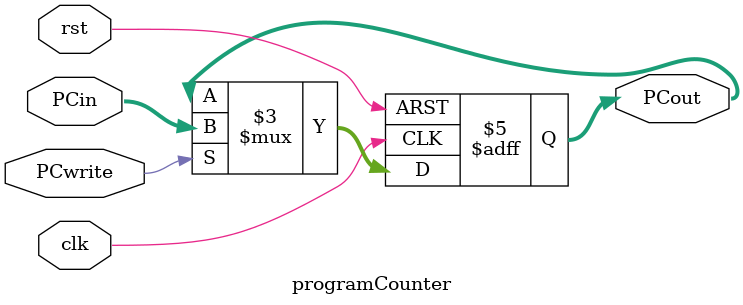
<source format=v>
module programCounter (clk, rst, PCwrite, PCin, PCout);
	
	//inputs
	input clk, rst, PCwrite;
	input [7:0] PCin;
	
	//outputs 
	output reg [7:0] PCout;
	
   //Counter logic
	always@(posedge clk, negedge rst) begin
		if (~rst) begin
			PCout <= 8'b11111111;
		end
		else begin
			if (PCwrite)
			PCout <= PCin;
			else;	
		end
		
	end
endmodule

</source>
